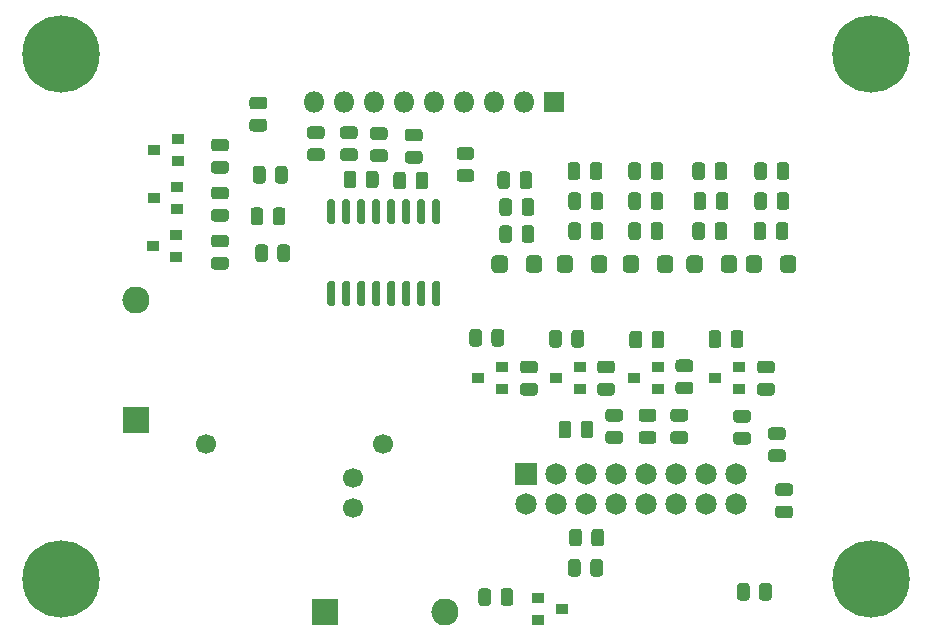
<source format=gbr>
G04 #@! TF.GenerationSoftware,KiCad,Pcbnew,(5.1.6-0-10_14)*
G04 #@! TF.CreationDate,2020-07-24T18:21:48-04:00*
G04 #@! TF.ProjectId,Pufferfish-Interface-2,50756666-6572-4666-9973-682d496e7465,rev?*
G04 #@! TF.SameCoordinates,Original*
G04 #@! TF.FileFunction,Soldermask,Top*
G04 #@! TF.FilePolarity,Negative*
%FSLAX46Y46*%
G04 Gerber Fmt 4.6, Leading zero omitted, Abs format (unit mm)*
G04 Created by KiCad (PCBNEW (5.1.6-0-10_14)) date 2020-07-24 18:21:48*
%MOMM*%
%LPD*%
G01*
G04 APERTURE LIST*
%ADD10C,6.553200*%
%ADD11R,1.825000X1.825000*%
%ADD12C,1.825000*%
%ADD13O,1.800000X1.800000*%
%ADD14R,1.800000X1.800000*%
%ADD15C,1.700000*%
%ADD16R,2.300000X2.300000*%
%ADD17O,2.300000X2.300000*%
%ADD18R,1.000000X0.900000*%
G04 APERTURE END LIST*
D10*
X-3810000Y-6350000D03*
X-3810000Y-50800000D03*
X64770000Y-50800000D03*
X64770000Y-6350000D03*
D11*
X35560000Y-41910000D03*
D12*
X35560000Y-44450000D03*
X38100000Y-41910000D03*
X38100000Y-44450000D03*
X40640000Y-41910000D03*
X40640000Y-44450000D03*
X43180000Y-41910000D03*
X43180000Y-44450000D03*
X45720000Y-41910000D03*
X45720000Y-44450000D03*
X48260000Y-41910000D03*
X48260000Y-44450000D03*
X50800000Y-41910000D03*
X50800000Y-44450000D03*
X53340000Y-41910000D03*
X53340000Y-44450000D03*
D13*
X17619980Y-10421620D03*
X20159980Y-10421620D03*
X22699980Y-10421620D03*
X25239980Y-10421620D03*
X27779980Y-10421620D03*
X30319980Y-10421620D03*
X32859980Y-10421620D03*
X35399980Y-10421620D03*
D14*
X37939980Y-10421620D03*
G36*
G01*
X13381910Y-11025160D02*
X12419410Y-11025160D01*
G75*
G02*
X12150660Y-10756410I0J268750D01*
G01*
X12150660Y-10218910D01*
G75*
G02*
X12419410Y-9950160I268750J0D01*
G01*
X13381910Y-9950160D01*
G75*
G02*
X13650660Y-10218910I0J-268750D01*
G01*
X13650660Y-10756410D01*
G75*
G02*
X13381910Y-11025160I-268750J0D01*
G01*
G37*
G36*
G01*
X13381910Y-12900160D02*
X12419410Y-12900160D01*
G75*
G02*
X12150660Y-12631410I0J268750D01*
G01*
X12150660Y-12093910D01*
G75*
G02*
X12419410Y-11825160I268750J0D01*
G01*
X13381910Y-11825160D01*
G75*
G02*
X13650660Y-12093910I0J-268750D01*
G01*
X13650660Y-12631410D01*
G75*
G02*
X13381910Y-12900160I-268750J0D01*
G01*
G37*
G36*
G01*
X21207780Y-16478330D02*
X21207780Y-17440830D01*
G75*
G02*
X20939030Y-17709580I-268750J0D01*
G01*
X20401530Y-17709580D01*
G75*
G02*
X20132780Y-17440830I0J268750D01*
G01*
X20132780Y-16478330D01*
G75*
G02*
X20401530Y-16209580I268750J0D01*
G01*
X20939030Y-16209580D01*
G75*
G02*
X21207780Y-16478330I0J-268750D01*
G01*
G37*
G36*
G01*
X23082780Y-16478330D02*
X23082780Y-17440830D01*
G75*
G02*
X22814030Y-17709580I-268750J0D01*
G01*
X22276530Y-17709580D01*
G75*
G02*
X22007780Y-17440830I0J268750D01*
G01*
X22007780Y-16478330D01*
G75*
G02*
X22276530Y-16209580I268750J0D01*
G01*
X22814030Y-16209580D01*
G75*
G02*
X23082780Y-16478330I0J-268750D01*
G01*
G37*
G36*
G01*
X25414020Y-16569770D02*
X25414020Y-17532270D01*
G75*
G02*
X25145270Y-17801020I-268750J0D01*
G01*
X24607770Y-17801020D01*
G75*
G02*
X24339020Y-17532270I0J268750D01*
G01*
X24339020Y-16569770D01*
G75*
G02*
X24607770Y-16301020I268750J0D01*
G01*
X25145270Y-16301020D01*
G75*
G02*
X25414020Y-16569770I0J-268750D01*
G01*
G37*
G36*
G01*
X27289020Y-16569770D02*
X27289020Y-17532270D01*
G75*
G02*
X27020270Y-17801020I-268750J0D01*
G01*
X26482770Y-17801020D01*
G75*
G02*
X26214020Y-17532270I0J268750D01*
G01*
X26214020Y-16569770D01*
G75*
G02*
X26482770Y-16301020I268750J0D01*
G01*
X27020270Y-16301020D01*
G75*
G02*
X27289020Y-16569770I0J-268750D01*
G01*
G37*
G36*
G01*
X30918070Y-15297440D02*
X29955570Y-15297440D01*
G75*
G02*
X29686820Y-15028690I0J268750D01*
G01*
X29686820Y-14491190D01*
G75*
G02*
X29955570Y-14222440I268750J0D01*
G01*
X30918070Y-14222440D01*
G75*
G02*
X31186820Y-14491190I0J-268750D01*
G01*
X31186820Y-15028690D01*
G75*
G02*
X30918070Y-15297440I-268750J0D01*
G01*
G37*
G36*
G01*
X30918070Y-17172440D02*
X29955570Y-17172440D01*
G75*
G02*
X29686820Y-16903690I0J268750D01*
G01*
X29686820Y-16366190D01*
G75*
G02*
X29955570Y-16097440I268750J0D01*
G01*
X30918070Y-16097440D01*
G75*
G02*
X31186820Y-16366190I0J-268750D01*
G01*
X31186820Y-16903690D01*
G75*
G02*
X30918070Y-17172440I-268750J0D01*
G01*
G37*
G36*
G01*
X13519200Y-16074470D02*
X13519200Y-17036970D01*
G75*
G02*
X13250450Y-17305720I-268750J0D01*
G01*
X12712950Y-17305720D01*
G75*
G02*
X12444200Y-17036970I0J268750D01*
G01*
X12444200Y-16074470D01*
G75*
G02*
X12712950Y-15805720I268750J0D01*
G01*
X13250450Y-15805720D01*
G75*
G02*
X13519200Y-16074470I0J-268750D01*
G01*
G37*
G36*
G01*
X15394200Y-16074470D02*
X15394200Y-17036970D01*
G75*
G02*
X15125450Y-17305720I-268750J0D01*
G01*
X14587950Y-17305720D01*
G75*
G02*
X14319200Y-17036970I0J268750D01*
G01*
X14319200Y-16074470D01*
G75*
G02*
X14587950Y-15805720I268750J0D01*
G01*
X15125450Y-15805720D01*
G75*
G02*
X15394200Y-16074470I0J-268750D01*
G01*
G37*
G36*
G01*
X13719860Y-22714030D02*
X13719860Y-23676530D01*
G75*
G02*
X13451110Y-23945280I-268750J0D01*
G01*
X12913610Y-23945280D01*
G75*
G02*
X12644860Y-23676530I0J268750D01*
G01*
X12644860Y-22714030D01*
G75*
G02*
X12913610Y-22445280I268750J0D01*
G01*
X13451110Y-22445280D01*
G75*
G02*
X13719860Y-22714030I0J-268750D01*
G01*
G37*
G36*
G01*
X15594860Y-22714030D02*
X15594860Y-23676530D01*
G75*
G02*
X15326110Y-23945280I-268750J0D01*
G01*
X14788610Y-23945280D01*
G75*
G02*
X14519860Y-23676530I0J268750D01*
G01*
X14519860Y-22714030D01*
G75*
G02*
X14788610Y-22445280I268750J0D01*
G01*
X15326110Y-22445280D01*
G75*
G02*
X15594860Y-22714030I0J-268750D01*
G01*
G37*
G36*
G01*
X13326160Y-19594910D02*
X13326160Y-20557410D01*
G75*
G02*
X13057410Y-20826160I-268750J0D01*
G01*
X12519910Y-20826160D01*
G75*
G02*
X12251160Y-20557410I0J268750D01*
G01*
X12251160Y-19594910D01*
G75*
G02*
X12519910Y-19326160I268750J0D01*
G01*
X13057410Y-19326160D01*
G75*
G02*
X13326160Y-19594910I0J-268750D01*
G01*
G37*
G36*
G01*
X15201160Y-19594910D02*
X15201160Y-20557410D01*
G75*
G02*
X14932410Y-20826160I-268750J0D01*
G01*
X14394910Y-20826160D01*
G75*
G02*
X14126160Y-20557410I0J268750D01*
G01*
X14126160Y-19594910D01*
G75*
G02*
X14394910Y-19326160I268750J0D01*
G01*
X14932410Y-19326160D01*
G75*
G02*
X15201160Y-19594910I0J-268750D01*
G01*
G37*
G36*
G01*
X57903030Y-43768060D02*
X56940530Y-43768060D01*
G75*
G02*
X56671780Y-43499310I0J268750D01*
G01*
X56671780Y-42961810D01*
G75*
G02*
X56940530Y-42693060I268750J0D01*
G01*
X57903030Y-42693060D01*
G75*
G02*
X58171780Y-42961810I0J-268750D01*
G01*
X58171780Y-43499310D01*
G75*
G02*
X57903030Y-43768060I-268750J0D01*
G01*
G37*
G36*
G01*
X57903030Y-45643060D02*
X56940530Y-45643060D01*
G75*
G02*
X56671780Y-45374310I0J268750D01*
G01*
X56671780Y-44836810D01*
G75*
G02*
X56940530Y-44568060I268750J0D01*
G01*
X57903030Y-44568060D01*
G75*
G02*
X58171780Y-44836810I0J-268750D01*
G01*
X58171780Y-45374310D01*
G75*
G02*
X57903030Y-45643060I-268750J0D01*
G01*
G37*
G36*
G01*
X55304640Y-52355670D02*
X55304640Y-51393170D01*
G75*
G02*
X55573390Y-51124420I268750J0D01*
G01*
X56110890Y-51124420D01*
G75*
G02*
X56379640Y-51393170I0J-268750D01*
G01*
X56379640Y-52355670D01*
G75*
G02*
X56110890Y-52624420I-268750J0D01*
G01*
X55573390Y-52624420D01*
G75*
G02*
X55304640Y-52355670I0J268750D01*
G01*
G37*
G36*
G01*
X53429640Y-52355670D02*
X53429640Y-51393170D01*
G75*
G02*
X53698390Y-51124420I268750J0D01*
G01*
X54235890Y-51124420D01*
G75*
G02*
X54504640Y-51393170I0J-268750D01*
G01*
X54504640Y-52355670D01*
G75*
G02*
X54235890Y-52624420I-268750J0D01*
G01*
X53698390Y-52624420D01*
G75*
G02*
X53429640Y-52355670I0J268750D01*
G01*
G37*
G36*
G01*
X40204440Y-49368790D02*
X40204440Y-50331290D01*
G75*
G02*
X39935690Y-50600040I-268750J0D01*
G01*
X39398190Y-50600040D01*
G75*
G02*
X39129440Y-50331290I0J268750D01*
G01*
X39129440Y-49368790D01*
G75*
G02*
X39398190Y-49100040I268750J0D01*
G01*
X39935690Y-49100040D01*
G75*
G02*
X40204440Y-49368790I0J-268750D01*
G01*
G37*
G36*
G01*
X42079440Y-49368790D02*
X42079440Y-50331290D01*
G75*
G02*
X41810690Y-50600040I-268750J0D01*
G01*
X41273190Y-50600040D01*
G75*
G02*
X41004440Y-50331290I0J268750D01*
G01*
X41004440Y-49368790D01*
G75*
G02*
X41273190Y-49100040I268750J0D01*
G01*
X41810690Y-49100040D01*
G75*
G02*
X42079440Y-49368790I0J-268750D01*
G01*
G37*
G36*
G01*
X41103740Y-47763350D02*
X41103740Y-46800850D01*
G75*
G02*
X41372490Y-46532100I268750J0D01*
G01*
X41909990Y-46532100D01*
G75*
G02*
X42178740Y-46800850I0J-268750D01*
G01*
X42178740Y-47763350D01*
G75*
G02*
X41909990Y-48032100I-268750J0D01*
G01*
X41372490Y-48032100D01*
G75*
G02*
X41103740Y-47763350I0J268750D01*
G01*
G37*
G36*
G01*
X39228740Y-47763350D02*
X39228740Y-46800850D01*
G75*
G02*
X39497490Y-46532100I268750J0D01*
G01*
X40034990Y-46532100D01*
G75*
G02*
X40303740Y-46800850I0J-268750D01*
G01*
X40303740Y-47763350D01*
G75*
G02*
X40034990Y-48032100I-268750J0D01*
G01*
X39497490Y-48032100D01*
G75*
G02*
X39228740Y-47763350I0J268750D01*
G01*
G37*
G36*
G01*
X56333470Y-39815480D02*
X57295970Y-39815480D01*
G75*
G02*
X57564720Y-40084230I0J-268750D01*
G01*
X57564720Y-40621730D01*
G75*
G02*
X57295970Y-40890480I-268750J0D01*
G01*
X56333470Y-40890480D01*
G75*
G02*
X56064720Y-40621730I0J268750D01*
G01*
X56064720Y-40084230D01*
G75*
G02*
X56333470Y-39815480I268750J0D01*
G01*
G37*
G36*
G01*
X56333470Y-37940480D02*
X57295970Y-37940480D01*
G75*
G02*
X57564720Y-38209230I0J-268750D01*
G01*
X57564720Y-38746730D01*
G75*
G02*
X57295970Y-39015480I-268750J0D01*
G01*
X56333470Y-39015480D01*
G75*
G02*
X56064720Y-38746730I0J268750D01*
G01*
X56064720Y-38209230D01*
G75*
G02*
X56333470Y-37940480I268750J0D01*
G01*
G37*
G36*
G01*
X53376910Y-38350140D02*
X54339410Y-38350140D01*
G75*
G02*
X54608160Y-38618890I0J-268750D01*
G01*
X54608160Y-39156390D01*
G75*
G02*
X54339410Y-39425140I-268750J0D01*
G01*
X53376910Y-39425140D01*
G75*
G02*
X53108160Y-39156390I0J268750D01*
G01*
X53108160Y-38618890D01*
G75*
G02*
X53376910Y-38350140I268750J0D01*
G01*
G37*
G36*
G01*
X53376910Y-36475140D02*
X54339410Y-36475140D01*
G75*
G02*
X54608160Y-36743890I0J-268750D01*
G01*
X54608160Y-37281390D01*
G75*
G02*
X54339410Y-37550140I-268750J0D01*
G01*
X53376910Y-37550140D01*
G75*
G02*
X53108160Y-37281390I0J268750D01*
G01*
X53108160Y-36743890D01*
G75*
G02*
X53376910Y-36475140I268750J0D01*
G01*
G37*
G36*
G01*
X48070850Y-38263780D02*
X49033350Y-38263780D01*
G75*
G02*
X49302100Y-38532530I0J-268750D01*
G01*
X49302100Y-39070030D01*
G75*
G02*
X49033350Y-39338780I-268750J0D01*
G01*
X48070850Y-39338780D01*
G75*
G02*
X47802100Y-39070030I0J268750D01*
G01*
X47802100Y-38532530D01*
G75*
G02*
X48070850Y-38263780I268750J0D01*
G01*
G37*
G36*
G01*
X48070850Y-36388780D02*
X49033350Y-36388780D01*
G75*
G02*
X49302100Y-36657530I0J-268750D01*
G01*
X49302100Y-37195030D01*
G75*
G02*
X49033350Y-37463780I-268750J0D01*
G01*
X48070850Y-37463780D01*
G75*
G02*
X47802100Y-37195030I0J268750D01*
G01*
X47802100Y-36657530D01*
G75*
G02*
X48070850Y-36388780I268750J0D01*
G01*
G37*
G36*
G01*
X45375910Y-38263780D02*
X46338410Y-38263780D01*
G75*
G02*
X46607160Y-38532530I0J-268750D01*
G01*
X46607160Y-39070030D01*
G75*
G02*
X46338410Y-39338780I-268750J0D01*
G01*
X45375910Y-39338780D01*
G75*
G02*
X45107160Y-39070030I0J268750D01*
G01*
X45107160Y-38532530D01*
G75*
G02*
X45375910Y-38263780I268750J0D01*
G01*
G37*
G36*
G01*
X45375910Y-36388780D02*
X46338410Y-36388780D01*
G75*
G02*
X46607160Y-36657530I0J-268750D01*
G01*
X46607160Y-37195030D01*
G75*
G02*
X46338410Y-37463780I-268750J0D01*
G01*
X45375910Y-37463780D01*
G75*
G02*
X45107160Y-37195030I0J268750D01*
G01*
X45107160Y-36657530D01*
G75*
G02*
X45375910Y-36388780I268750J0D01*
G01*
G37*
G36*
G01*
X42551430Y-38263780D02*
X43513930Y-38263780D01*
G75*
G02*
X43782680Y-38532530I0J-268750D01*
G01*
X43782680Y-39070030D01*
G75*
G02*
X43513930Y-39338780I-268750J0D01*
G01*
X42551430Y-39338780D01*
G75*
G02*
X42282680Y-39070030I0J268750D01*
G01*
X42282680Y-38532530D01*
G75*
G02*
X42551430Y-38263780I268750J0D01*
G01*
G37*
G36*
G01*
X42551430Y-36388780D02*
X43513930Y-36388780D01*
G75*
G02*
X43782680Y-36657530I0J-268750D01*
G01*
X43782680Y-37195030D01*
G75*
G02*
X43513930Y-37463780I-268750J0D01*
G01*
X42551430Y-37463780D01*
G75*
G02*
X42282680Y-37195030I0J268750D01*
G01*
X42282680Y-36657530D01*
G75*
G02*
X42551430Y-36388780I268750J0D01*
G01*
G37*
G36*
G01*
X40199260Y-38621890D02*
X40199260Y-37659390D01*
G75*
G02*
X40468010Y-37390640I268750J0D01*
G01*
X41005510Y-37390640D01*
G75*
G02*
X41274260Y-37659390I0J-268750D01*
G01*
X41274260Y-38621890D01*
G75*
G02*
X41005510Y-38890640I-268750J0D01*
G01*
X40468010Y-38890640D01*
G75*
G02*
X40199260Y-38621890I0J268750D01*
G01*
G37*
G36*
G01*
X38324260Y-38621890D02*
X38324260Y-37659390D01*
G75*
G02*
X38593010Y-37390640I268750J0D01*
G01*
X39130510Y-37390640D01*
G75*
G02*
X39399260Y-37659390I0J-268750D01*
G01*
X39399260Y-38621890D01*
G75*
G02*
X39130510Y-38890640I-268750J0D01*
G01*
X38593010Y-38890640D01*
G75*
G02*
X38324260Y-38621890I0J268750D01*
G01*
G37*
D15*
X23502000Y-39370000D03*
X8502000Y-39370000D03*
X20902000Y-42270000D03*
X20902000Y-44770000D03*
G36*
G01*
X51532500Y-21817250D02*
X51532500Y-20854750D01*
G75*
G02*
X51801250Y-20586000I268750J0D01*
G01*
X52338750Y-20586000D01*
G75*
G02*
X52607500Y-20854750I0J-268750D01*
G01*
X52607500Y-21817250D01*
G75*
G02*
X52338750Y-22086000I-268750J0D01*
G01*
X51801250Y-22086000D01*
G75*
G02*
X51532500Y-21817250I0J268750D01*
G01*
G37*
G36*
G01*
X49657500Y-21817250D02*
X49657500Y-20854750D01*
G75*
G02*
X49926250Y-20586000I268750J0D01*
G01*
X50463750Y-20586000D01*
G75*
G02*
X50732500Y-20854750I0J-268750D01*
G01*
X50732500Y-21817250D01*
G75*
G02*
X50463750Y-22086000I-268750J0D01*
G01*
X49926250Y-22086000D01*
G75*
G02*
X49657500Y-21817250I0J268750D01*
G01*
G37*
G36*
G01*
X46120000Y-21817250D02*
X46120000Y-20854750D01*
G75*
G02*
X46388750Y-20586000I268750J0D01*
G01*
X46926250Y-20586000D01*
G75*
G02*
X47195000Y-20854750I0J-268750D01*
G01*
X47195000Y-21817250D01*
G75*
G02*
X46926250Y-22086000I-268750J0D01*
G01*
X46388750Y-22086000D01*
G75*
G02*
X46120000Y-21817250I0J268750D01*
G01*
G37*
G36*
G01*
X44245000Y-21817250D02*
X44245000Y-20854750D01*
G75*
G02*
X44513750Y-20586000I268750J0D01*
G01*
X45051250Y-20586000D01*
G75*
G02*
X45320000Y-20854750I0J-268750D01*
G01*
X45320000Y-21817250D01*
G75*
G02*
X45051250Y-22086000I-268750J0D01*
G01*
X44513750Y-22086000D01*
G75*
G02*
X44245000Y-21817250I0J268750D01*
G01*
G37*
G36*
G01*
X39165000Y-21817250D02*
X39165000Y-20854750D01*
G75*
G02*
X39433750Y-20586000I268750J0D01*
G01*
X39971250Y-20586000D01*
G75*
G02*
X40240000Y-20854750I0J-268750D01*
G01*
X40240000Y-21817250D01*
G75*
G02*
X39971250Y-22086000I-268750J0D01*
G01*
X39433750Y-22086000D01*
G75*
G02*
X39165000Y-21817250I0J268750D01*
G01*
G37*
G36*
G01*
X41040000Y-21817250D02*
X41040000Y-20854750D01*
G75*
G02*
X41308750Y-20586000I268750J0D01*
G01*
X41846250Y-20586000D01*
G75*
G02*
X42115000Y-20854750I0J-268750D01*
G01*
X42115000Y-21817250D01*
G75*
G02*
X41846250Y-22086000I-268750J0D01*
G01*
X41308750Y-22086000D01*
G75*
G02*
X41040000Y-21817250I0J268750D01*
G01*
G37*
G36*
G01*
X33323000Y-22071250D02*
X33323000Y-21108750D01*
G75*
G02*
X33591750Y-20840000I268750J0D01*
G01*
X34129250Y-20840000D01*
G75*
G02*
X34398000Y-21108750I0J-268750D01*
G01*
X34398000Y-22071250D01*
G75*
G02*
X34129250Y-22340000I-268750J0D01*
G01*
X33591750Y-22340000D01*
G75*
G02*
X33323000Y-22071250I0J268750D01*
G01*
G37*
G36*
G01*
X35198000Y-22071250D02*
X35198000Y-21108750D01*
G75*
G02*
X35466750Y-20840000I268750J0D01*
G01*
X36004250Y-20840000D01*
G75*
G02*
X36273000Y-21108750I0J-268750D01*
G01*
X36273000Y-22071250D01*
G75*
G02*
X36004250Y-22340000I-268750J0D01*
G01*
X35466750Y-22340000D01*
G75*
G02*
X35198000Y-22071250I0J268750D01*
G01*
G37*
G36*
G01*
X54834500Y-21817250D02*
X54834500Y-20854750D01*
G75*
G02*
X55103250Y-20586000I268750J0D01*
G01*
X55640750Y-20586000D01*
G75*
G02*
X55909500Y-20854750I0J-268750D01*
G01*
X55909500Y-21817250D01*
G75*
G02*
X55640750Y-22086000I-268750J0D01*
G01*
X55103250Y-22086000D01*
G75*
G02*
X54834500Y-21817250I0J268750D01*
G01*
G37*
G36*
G01*
X56709500Y-21817250D02*
X56709500Y-20854750D01*
G75*
G02*
X56978250Y-20586000I268750J0D01*
G01*
X57515750Y-20586000D01*
G75*
G02*
X57784500Y-20854750I0J-268750D01*
G01*
X57784500Y-21817250D01*
G75*
G02*
X57515750Y-22086000I-268750J0D01*
G01*
X56978250Y-22086000D01*
G75*
G02*
X56709500Y-21817250I0J268750D01*
G01*
G37*
D16*
X18542000Y-53594000D03*
D17*
X28702000Y-53594000D03*
X2540000Y-27178000D03*
D16*
X2540000Y-37338000D03*
G36*
G01*
X49158000Y-24530000D02*
X49158000Y-23730000D01*
G75*
G02*
X49508000Y-23380000I350000J0D01*
G01*
X50208000Y-23380000D01*
G75*
G02*
X50558000Y-23730000I0J-350000D01*
G01*
X50558000Y-24530000D01*
G75*
G02*
X50208000Y-24880000I-350000J0D01*
G01*
X49508000Y-24880000D01*
G75*
G02*
X49158000Y-24530000I0J350000D01*
G01*
G37*
G36*
G01*
X52058000Y-24530000D02*
X52058000Y-23730000D01*
G75*
G02*
X52408000Y-23380000I350000J0D01*
G01*
X53108000Y-23380000D01*
G75*
G02*
X53458000Y-23730000I0J-350000D01*
G01*
X53458000Y-24530000D01*
G75*
G02*
X53108000Y-24880000I-350000J0D01*
G01*
X52408000Y-24880000D01*
G75*
G02*
X52058000Y-24530000I0J350000D01*
G01*
G37*
G36*
G01*
X43750000Y-24530000D02*
X43750000Y-23730000D01*
G75*
G02*
X44100000Y-23380000I350000J0D01*
G01*
X44800000Y-23380000D01*
G75*
G02*
X45150000Y-23730000I0J-350000D01*
G01*
X45150000Y-24530000D01*
G75*
G02*
X44800000Y-24880000I-350000J0D01*
G01*
X44100000Y-24880000D01*
G75*
G02*
X43750000Y-24530000I0J350000D01*
G01*
G37*
G36*
G01*
X46650000Y-24530000D02*
X46650000Y-23730000D01*
G75*
G02*
X47000000Y-23380000I350000J0D01*
G01*
X47700000Y-23380000D01*
G75*
G02*
X48050000Y-23730000I0J-350000D01*
G01*
X48050000Y-24530000D01*
G75*
G02*
X47700000Y-24880000I-350000J0D01*
G01*
X47000000Y-24880000D01*
G75*
G02*
X46650000Y-24530000I0J350000D01*
G01*
G37*
G36*
G01*
X41062000Y-24530000D02*
X41062000Y-23730000D01*
G75*
G02*
X41412000Y-23380000I350000J0D01*
G01*
X42112000Y-23380000D01*
G75*
G02*
X42462000Y-23730000I0J-350000D01*
G01*
X42462000Y-24530000D01*
G75*
G02*
X42112000Y-24880000I-350000J0D01*
G01*
X41412000Y-24880000D01*
G75*
G02*
X41062000Y-24530000I0J350000D01*
G01*
G37*
G36*
G01*
X38162000Y-24530000D02*
X38162000Y-23730000D01*
G75*
G02*
X38512000Y-23380000I350000J0D01*
G01*
X39212000Y-23380000D01*
G75*
G02*
X39562000Y-23730000I0J-350000D01*
G01*
X39562000Y-24530000D01*
G75*
G02*
X39212000Y-24880000I-350000J0D01*
G01*
X38512000Y-24880000D01*
G75*
G02*
X38162000Y-24530000I0J350000D01*
G01*
G37*
G36*
G01*
X35548000Y-24530000D02*
X35548000Y-23730000D01*
G75*
G02*
X35898000Y-23380000I350000J0D01*
G01*
X36598000Y-23380000D01*
G75*
G02*
X36948000Y-23730000I0J-350000D01*
G01*
X36948000Y-24530000D01*
G75*
G02*
X36598000Y-24880000I-350000J0D01*
G01*
X35898000Y-24880000D01*
G75*
G02*
X35548000Y-24530000I0J350000D01*
G01*
G37*
G36*
G01*
X32648000Y-24530000D02*
X32648000Y-23730000D01*
G75*
G02*
X32998000Y-23380000I350000J0D01*
G01*
X33698000Y-23380000D01*
G75*
G02*
X34048000Y-23730000I0J-350000D01*
G01*
X34048000Y-24530000D01*
G75*
G02*
X33698000Y-24880000I-350000J0D01*
G01*
X32998000Y-24880000D01*
G75*
G02*
X32648000Y-24530000I0J350000D01*
G01*
G37*
G36*
G01*
X57064000Y-24530000D02*
X57064000Y-23730000D01*
G75*
G02*
X57414000Y-23380000I350000J0D01*
G01*
X58114000Y-23380000D01*
G75*
G02*
X58464000Y-23730000I0J-350000D01*
G01*
X58464000Y-24530000D01*
G75*
G02*
X58114000Y-24880000I-350000J0D01*
G01*
X57414000Y-24880000D01*
G75*
G02*
X57064000Y-24530000I0J350000D01*
G01*
G37*
G36*
G01*
X54164000Y-24530000D02*
X54164000Y-23730000D01*
G75*
G02*
X54514000Y-23380000I350000J0D01*
G01*
X55214000Y-23380000D01*
G75*
G02*
X55564000Y-23730000I0J-350000D01*
G01*
X55564000Y-24530000D01*
G75*
G02*
X55214000Y-24880000I-350000J0D01*
G01*
X54514000Y-24880000D01*
G75*
G02*
X54164000Y-24530000I0J350000D01*
G01*
G37*
D18*
X33512000Y-34732000D03*
X33512000Y-32832000D03*
X31512000Y-33782000D03*
X38116000Y-33782000D03*
X40116000Y-32832000D03*
X40116000Y-34732000D03*
X46720000Y-34732000D03*
X46720000Y-32832000D03*
X44720000Y-33782000D03*
X51578000Y-33782000D03*
X53578000Y-32832000D03*
X53578000Y-34732000D03*
X36592000Y-52390000D03*
X36592000Y-54290000D03*
X38592000Y-53340000D03*
X5970780Y-23566160D03*
X5970780Y-21666160D03*
X3970780Y-22616160D03*
X4047740Y-18521720D03*
X6047740Y-17571720D03*
X6047740Y-19471720D03*
X4080000Y-14478000D03*
X6080000Y-13528000D03*
X6080000Y-15428000D03*
G36*
G01*
X36295250Y-33382000D02*
X35332750Y-33382000D01*
G75*
G02*
X35064000Y-33113250I0J268750D01*
G01*
X35064000Y-32575750D01*
G75*
G02*
X35332750Y-32307000I268750J0D01*
G01*
X36295250Y-32307000D01*
G75*
G02*
X36564000Y-32575750I0J-268750D01*
G01*
X36564000Y-33113250D01*
G75*
G02*
X36295250Y-33382000I-268750J0D01*
G01*
G37*
G36*
G01*
X36295250Y-35257000D02*
X35332750Y-35257000D01*
G75*
G02*
X35064000Y-34988250I0J268750D01*
G01*
X35064000Y-34450750D01*
G75*
G02*
X35332750Y-34182000I268750J0D01*
G01*
X36295250Y-34182000D01*
G75*
G02*
X36564000Y-34450750I0J-268750D01*
G01*
X36564000Y-34988250D01*
G75*
G02*
X36295250Y-35257000I-268750J0D01*
G01*
G37*
G36*
G01*
X42823050Y-35257000D02*
X41860550Y-35257000D01*
G75*
G02*
X41591800Y-34988250I0J268750D01*
G01*
X41591800Y-34450750D01*
G75*
G02*
X41860550Y-34182000I268750J0D01*
G01*
X42823050Y-34182000D01*
G75*
G02*
X43091800Y-34450750I0J-268750D01*
G01*
X43091800Y-34988250D01*
G75*
G02*
X42823050Y-35257000I-268750J0D01*
G01*
G37*
G36*
G01*
X42823050Y-33382000D02*
X41860550Y-33382000D01*
G75*
G02*
X41591800Y-33113250I0J268750D01*
G01*
X41591800Y-32575750D01*
G75*
G02*
X41860550Y-32307000I268750J0D01*
G01*
X42823050Y-32307000D01*
G75*
G02*
X43091800Y-32575750I0J-268750D01*
G01*
X43091800Y-33113250D01*
G75*
G02*
X42823050Y-33382000I-268750J0D01*
G01*
G37*
G36*
G01*
X49457530Y-33275320D02*
X48495030Y-33275320D01*
G75*
G02*
X48226280Y-33006570I0J268750D01*
G01*
X48226280Y-32469070D01*
G75*
G02*
X48495030Y-32200320I268750J0D01*
G01*
X49457530Y-32200320D01*
G75*
G02*
X49726280Y-32469070I0J-268750D01*
G01*
X49726280Y-33006570D01*
G75*
G02*
X49457530Y-33275320I-268750J0D01*
G01*
G37*
G36*
G01*
X49457530Y-35150320D02*
X48495030Y-35150320D01*
G75*
G02*
X48226280Y-34881570I0J268750D01*
G01*
X48226280Y-34344070D01*
G75*
G02*
X48495030Y-34075320I268750J0D01*
G01*
X49457530Y-34075320D01*
G75*
G02*
X49726280Y-34344070I0J-268750D01*
G01*
X49726280Y-34881570D01*
G75*
G02*
X49457530Y-35150320I-268750J0D01*
G01*
G37*
G36*
G01*
X56361250Y-35257000D02*
X55398750Y-35257000D01*
G75*
G02*
X55130000Y-34988250I0J268750D01*
G01*
X55130000Y-34450750D01*
G75*
G02*
X55398750Y-34182000I268750J0D01*
G01*
X56361250Y-34182000D01*
G75*
G02*
X56630000Y-34450750I0J-268750D01*
G01*
X56630000Y-34988250D01*
G75*
G02*
X56361250Y-35257000I-268750J0D01*
G01*
G37*
G36*
G01*
X56361250Y-33382000D02*
X55398750Y-33382000D01*
G75*
G02*
X55130000Y-33113250I0J268750D01*
G01*
X55130000Y-32575750D01*
G75*
G02*
X55398750Y-32307000I268750J0D01*
G01*
X56361250Y-32307000D01*
G75*
G02*
X56630000Y-32575750I0J-268750D01*
G01*
X56630000Y-33113250D01*
G75*
G02*
X56361250Y-33382000I-268750J0D01*
G01*
G37*
G36*
G01*
X33723080Y-29879370D02*
X33723080Y-30841870D01*
G75*
G02*
X33454330Y-31110620I-268750J0D01*
G01*
X32916830Y-31110620D01*
G75*
G02*
X32648080Y-30841870I0J268750D01*
G01*
X32648080Y-29879370D01*
G75*
G02*
X32916830Y-29610620I268750J0D01*
G01*
X33454330Y-29610620D01*
G75*
G02*
X33723080Y-29879370I0J-268750D01*
G01*
G37*
G36*
G01*
X31848080Y-29879370D02*
X31848080Y-30841870D01*
G75*
G02*
X31579330Y-31110620I-268750J0D01*
G01*
X31041830Y-31110620D01*
G75*
G02*
X30773080Y-30841870I0J268750D01*
G01*
X30773080Y-29879370D01*
G75*
G02*
X31041830Y-29610620I268750J0D01*
G01*
X31579330Y-29610620D01*
G75*
G02*
X31848080Y-29879370I0J-268750D01*
G01*
G37*
G36*
G01*
X38609320Y-29958110D02*
X38609320Y-30920610D01*
G75*
G02*
X38340570Y-31189360I-268750J0D01*
G01*
X37803070Y-31189360D01*
G75*
G02*
X37534320Y-30920610I0J268750D01*
G01*
X37534320Y-29958110D01*
G75*
G02*
X37803070Y-29689360I268750J0D01*
G01*
X38340570Y-29689360D01*
G75*
G02*
X38609320Y-29958110I0J-268750D01*
G01*
G37*
G36*
G01*
X40484320Y-29958110D02*
X40484320Y-30920610D01*
G75*
G02*
X40215570Y-31189360I-268750J0D01*
G01*
X39678070Y-31189360D01*
G75*
G02*
X39409320Y-30920610I0J268750D01*
G01*
X39409320Y-29958110D01*
G75*
G02*
X39678070Y-29689360I268750J0D01*
G01*
X40215570Y-29689360D01*
G75*
G02*
X40484320Y-29958110I0J-268750D01*
G01*
G37*
G36*
G01*
X47273500Y-30036850D02*
X47273500Y-30999350D01*
G75*
G02*
X47004750Y-31268100I-268750J0D01*
G01*
X46467250Y-31268100D01*
G75*
G02*
X46198500Y-30999350I0J268750D01*
G01*
X46198500Y-30036850D01*
G75*
G02*
X46467250Y-29768100I268750J0D01*
G01*
X47004750Y-29768100D01*
G75*
G02*
X47273500Y-30036850I0J-268750D01*
G01*
G37*
G36*
G01*
X45398500Y-30036850D02*
X45398500Y-30999350D01*
G75*
G02*
X45129750Y-31268100I-268750J0D01*
G01*
X44592250Y-31268100D01*
G75*
G02*
X44323500Y-30999350I0J268750D01*
G01*
X44323500Y-30036850D01*
G75*
G02*
X44592250Y-29768100I268750J0D01*
G01*
X45129750Y-29768100D01*
G75*
G02*
X45398500Y-30036850I0J-268750D01*
G01*
G37*
G36*
G01*
X52099020Y-29998750D02*
X52099020Y-30961250D01*
G75*
G02*
X51830270Y-31230000I-268750J0D01*
G01*
X51292770Y-31230000D01*
G75*
G02*
X51024020Y-30961250I0J268750D01*
G01*
X51024020Y-29998750D01*
G75*
G02*
X51292770Y-29730000I268750J0D01*
G01*
X51830270Y-29730000D01*
G75*
G02*
X52099020Y-29998750I0J-268750D01*
G01*
G37*
G36*
G01*
X53974020Y-29998750D02*
X53974020Y-30961250D01*
G75*
G02*
X53705270Y-31230000I-268750J0D01*
G01*
X53167770Y-31230000D01*
G75*
G02*
X52899020Y-30961250I0J268750D01*
G01*
X52899020Y-29998750D01*
G75*
G02*
X53167770Y-29730000I268750J0D01*
G01*
X53705270Y-29730000D01*
G75*
G02*
X53974020Y-29998750I0J-268750D01*
G01*
G37*
G36*
G01*
X34495000Y-51842750D02*
X34495000Y-52805250D01*
G75*
G02*
X34226250Y-53074000I-268750J0D01*
G01*
X33688750Y-53074000D01*
G75*
G02*
X33420000Y-52805250I0J268750D01*
G01*
X33420000Y-51842750D01*
G75*
G02*
X33688750Y-51574000I268750J0D01*
G01*
X34226250Y-51574000D01*
G75*
G02*
X34495000Y-51842750I0J-268750D01*
G01*
G37*
G36*
G01*
X32620000Y-51842750D02*
X32620000Y-52805250D01*
G75*
G02*
X32351250Y-53074000I-268750J0D01*
G01*
X31813750Y-53074000D01*
G75*
G02*
X31545000Y-52805250I0J268750D01*
G01*
X31545000Y-51842750D01*
G75*
G02*
X31813750Y-51574000I268750J0D01*
G01*
X32351250Y-51574000D01*
G75*
G02*
X32620000Y-51842750I0J-268750D01*
G01*
G37*
G36*
G01*
X10133250Y-22714000D02*
X9170750Y-22714000D01*
G75*
G02*
X8902000Y-22445250I0J268750D01*
G01*
X8902000Y-21907750D01*
G75*
G02*
X9170750Y-21639000I268750J0D01*
G01*
X10133250Y-21639000D01*
G75*
G02*
X10402000Y-21907750I0J-268750D01*
G01*
X10402000Y-22445250D01*
G75*
G02*
X10133250Y-22714000I-268750J0D01*
G01*
G37*
G36*
G01*
X10133250Y-24589000D02*
X9170750Y-24589000D01*
G75*
G02*
X8902000Y-24320250I0J268750D01*
G01*
X8902000Y-23782750D01*
G75*
G02*
X9170750Y-23514000I268750J0D01*
G01*
X10133250Y-23514000D01*
G75*
G02*
X10402000Y-23782750I0J-268750D01*
G01*
X10402000Y-24320250D01*
G75*
G02*
X10133250Y-24589000I-268750J0D01*
G01*
G37*
G36*
G01*
X10133250Y-20525000D02*
X9170750Y-20525000D01*
G75*
G02*
X8902000Y-20256250I0J268750D01*
G01*
X8902000Y-19718750D01*
G75*
G02*
X9170750Y-19450000I268750J0D01*
G01*
X10133250Y-19450000D01*
G75*
G02*
X10402000Y-19718750I0J-268750D01*
G01*
X10402000Y-20256250D01*
G75*
G02*
X10133250Y-20525000I-268750J0D01*
G01*
G37*
G36*
G01*
X10133250Y-18650000D02*
X9170750Y-18650000D01*
G75*
G02*
X8902000Y-18381250I0J268750D01*
G01*
X8902000Y-17843750D01*
G75*
G02*
X9170750Y-17575000I268750J0D01*
G01*
X10133250Y-17575000D01*
G75*
G02*
X10402000Y-17843750I0J-268750D01*
G01*
X10402000Y-18381250D01*
G75*
G02*
X10133250Y-18650000I-268750J0D01*
G01*
G37*
G36*
G01*
X10133250Y-14586000D02*
X9170750Y-14586000D01*
G75*
G02*
X8902000Y-14317250I0J268750D01*
G01*
X8902000Y-13779750D01*
G75*
G02*
X9170750Y-13511000I268750J0D01*
G01*
X10133250Y-13511000D01*
G75*
G02*
X10402000Y-13779750I0J-268750D01*
G01*
X10402000Y-14317250D01*
G75*
G02*
X10133250Y-14586000I-268750J0D01*
G01*
G37*
G36*
G01*
X10133250Y-16461000D02*
X9170750Y-16461000D01*
G75*
G02*
X8902000Y-16192250I0J268750D01*
G01*
X8902000Y-15654750D01*
G75*
G02*
X9170750Y-15386000I268750J0D01*
G01*
X10133250Y-15386000D01*
G75*
G02*
X10402000Y-15654750I0J-268750D01*
G01*
X10402000Y-16192250D01*
G75*
G02*
X10133250Y-16461000I-268750J0D01*
G01*
G37*
G36*
G01*
X25584230Y-12665420D02*
X26546730Y-12665420D01*
G75*
G02*
X26815480Y-12934170I0J-268750D01*
G01*
X26815480Y-13471670D01*
G75*
G02*
X26546730Y-13740420I-268750J0D01*
G01*
X25584230Y-13740420D01*
G75*
G02*
X25315480Y-13471670I0J268750D01*
G01*
X25315480Y-12934170D01*
G75*
G02*
X25584230Y-12665420I268750J0D01*
G01*
G37*
G36*
G01*
X25584230Y-14540420D02*
X26546730Y-14540420D01*
G75*
G02*
X26815480Y-14809170I0J-268750D01*
G01*
X26815480Y-15346670D01*
G75*
G02*
X26546730Y-15615420I-268750J0D01*
G01*
X25584230Y-15615420D01*
G75*
G02*
X25315480Y-15346670I0J268750D01*
G01*
X25315480Y-14809170D01*
G75*
G02*
X25584230Y-14540420I268750J0D01*
G01*
G37*
G36*
G01*
X22635290Y-14407860D02*
X23597790Y-14407860D01*
G75*
G02*
X23866540Y-14676610I0J-268750D01*
G01*
X23866540Y-15214110D01*
G75*
G02*
X23597790Y-15482860I-268750J0D01*
G01*
X22635290Y-15482860D01*
G75*
G02*
X22366540Y-15214110I0J268750D01*
G01*
X22366540Y-14676610D01*
G75*
G02*
X22635290Y-14407860I268750J0D01*
G01*
G37*
G36*
G01*
X22635290Y-12532860D02*
X23597790Y-12532860D01*
G75*
G02*
X23866540Y-12801610I0J-268750D01*
G01*
X23866540Y-13339110D01*
G75*
G02*
X23597790Y-13607860I-268750J0D01*
G01*
X22635290Y-13607860D01*
G75*
G02*
X22366540Y-13339110I0J268750D01*
G01*
X22366540Y-12801610D01*
G75*
G02*
X22635290Y-12532860I268750J0D01*
G01*
G37*
G36*
G01*
X20095290Y-12454360D02*
X21057790Y-12454360D01*
G75*
G02*
X21326540Y-12723110I0J-268750D01*
G01*
X21326540Y-13260610D01*
G75*
G02*
X21057790Y-13529360I-268750J0D01*
G01*
X20095290Y-13529360D01*
G75*
G02*
X19826540Y-13260610I0J268750D01*
G01*
X19826540Y-12723110D01*
G75*
G02*
X20095290Y-12454360I268750J0D01*
G01*
G37*
G36*
G01*
X20095290Y-14329360D02*
X21057790Y-14329360D01*
G75*
G02*
X21326540Y-14598110I0J-268750D01*
G01*
X21326540Y-15135610D01*
G75*
G02*
X21057790Y-15404360I-268750J0D01*
G01*
X20095290Y-15404360D01*
G75*
G02*
X19826540Y-15135610I0J268750D01*
G01*
X19826540Y-14598110D01*
G75*
G02*
X20095290Y-14329360I268750J0D01*
G01*
G37*
G36*
G01*
X17301290Y-14329360D02*
X18263790Y-14329360D01*
G75*
G02*
X18532540Y-14598110I0J-268750D01*
G01*
X18532540Y-15135610D01*
G75*
G02*
X18263790Y-15404360I-268750J0D01*
G01*
X17301290Y-15404360D01*
G75*
G02*
X17032540Y-15135610I0J268750D01*
G01*
X17032540Y-14598110D01*
G75*
G02*
X17301290Y-14329360I268750J0D01*
G01*
G37*
G36*
G01*
X17301290Y-12454360D02*
X18263790Y-12454360D01*
G75*
G02*
X18532540Y-12723110I0J-268750D01*
G01*
X18532540Y-13260610D01*
G75*
G02*
X18263790Y-13529360I-268750J0D01*
G01*
X17301290Y-13529360D01*
G75*
G02*
X17032540Y-13260610I0J268750D01*
G01*
X17032540Y-12723110D01*
G75*
G02*
X17301290Y-12454360I268750J0D01*
G01*
G37*
G36*
G01*
X49657500Y-16737250D02*
X49657500Y-15774750D01*
G75*
G02*
X49926250Y-15506000I268750J0D01*
G01*
X50463750Y-15506000D01*
G75*
G02*
X50732500Y-15774750I0J-268750D01*
G01*
X50732500Y-16737250D01*
G75*
G02*
X50463750Y-17006000I-268750J0D01*
G01*
X49926250Y-17006000D01*
G75*
G02*
X49657500Y-16737250I0J268750D01*
G01*
G37*
G36*
G01*
X51532500Y-16737250D02*
X51532500Y-15774750D01*
G75*
G02*
X51801250Y-15506000I268750J0D01*
G01*
X52338750Y-15506000D01*
G75*
G02*
X52607500Y-15774750I0J-268750D01*
G01*
X52607500Y-16737250D01*
G75*
G02*
X52338750Y-17006000I-268750J0D01*
G01*
X51801250Y-17006000D01*
G75*
G02*
X51532500Y-16737250I0J268750D01*
G01*
G37*
G36*
G01*
X44245000Y-16737250D02*
X44245000Y-15774750D01*
G75*
G02*
X44513750Y-15506000I268750J0D01*
G01*
X45051250Y-15506000D01*
G75*
G02*
X45320000Y-15774750I0J-268750D01*
G01*
X45320000Y-16737250D01*
G75*
G02*
X45051250Y-17006000I-268750J0D01*
G01*
X44513750Y-17006000D01*
G75*
G02*
X44245000Y-16737250I0J268750D01*
G01*
G37*
G36*
G01*
X46120000Y-16737250D02*
X46120000Y-15774750D01*
G75*
G02*
X46388750Y-15506000I268750J0D01*
G01*
X46926250Y-15506000D01*
G75*
G02*
X47195000Y-15774750I0J-268750D01*
G01*
X47195000Y-16737250D01*
G75*
G02*
X46926250Y-17006000I-268750J0D01*
G01*
X46388750Y-17006000D01*
G75*
G02*
X46120000Y-16737250I0J268750D01*
G01*
G37*
G36*
G01*
X40961500Y-16737250D02*
X40961500Y-15774750D01*
G75*
G02*
X41230250Y-15506000I268750J0D01*
G01*
X41767750Y-15506000D01*
G75*
G02*
X42036500Y-15774750I0J-268750D01*
G01*
X42036500Y-16737250D01*
G75*
G02*
X41767750Y-17006000I-268750J0D01*
G01*
X41230250Y-17006000D01*
G75*
G02*
X40961500Y-16737250I0J268750D01*
G01*
G37*
G36*
G01*
X39086500Y-16737250D02*
X39086500Y-15774750D01*
G75*
G02*
X39355250Y-15506000I268750J0D01*
G01*
X39892750Y-15506000D01*
G75*
G02*
X40161500Y-15774750I0J-268750D01*
G01*
X40161500Y-16737250D01*
G75*
G02*
X39892750Y-17006000I-268750J0D01*
G01*
X39355250Y-17006000D01*
G75*
G02*
X39086500Y-16737250I0J268750D01*
G01*
G37*
G36*
G01*
X35022500Y-17499250D02*
X35022500Y-16536750D01*
G75*
G02*
X35291250Y-16268000I268750J0D01*
G01*
X35828750Y-16268000D01*
G75*
G02*
X36097500Y-16536750I0J-268750D01*
G01*
X36097500Y-17499250D01*
G75*
G02*
X35828750Y-17768000I-268750J0D01*
G01*
X35291250Y-17768000D01*
G75*
G02*
X35022500Y-17499250I0J268750D01*
G01*
G37*
G36*
G01*
X33147500Y-17499250D02*
X33147500Y-16536750D01*
G75*
G02*
X33416250Y-16268000I268750J0D01*
G01*
X33953750Y-16268000D01*
G75*
G02*
X34222500Y-16536750I0J-268750D01*
G01*
X34222500Y-17499250D01*
G75*
G02*
X33953750Y-17768000I-268750J0D01*
G01*
X33416250Y-17768000D01*
G75*
G02*
X33147500Y-17499250I0J268750D01*
G01*
G37*
G36*
G01*
X52704500Y-18314750D02*
X52704500Y-19277250D01*
G75*
G02*
X52435750Y-19546000I-268750J0D01*
G01*
X51898250Y-19546000D01*
G75*
G02*
X51629500Y-19277250I0J268750D01*
G01*
X51629500Y-18314750D01*
G75*
G02*
X51898250Y-18046000I268750J0D01*
G01*
X52435750Y-18046000D01*
G75*
G02*
X52704500Y-18314750I0J-268750D01*
G01*
G37*
G36*
G01*
X50829500Y-18314750D02*
X50829500Y-19277250D01*
G75*
G02*
X50560750Y-19546000I-268750J0D01*
G01*
X50023250Y-19546000D01*
G75*
G02*
X49754500Y-19277250I0J268750D01*
G01*
X49754500Y-18314750D01*
G75*
G02*
X50023250Y-18046000I268750J0D01*
G01*
X50560750Y-18046000D01*
G75*
G02*
X50829500Y-18314750I0J-268750D01*
G01*
G37*
G36*
G01*
X45320000Y-18314750D02*
X45320000Y-19277250D01*
G75*
G02*
X45051250Y-19546000I-268750J0D01*
G01*
X44513750Y-19546000D01*
G75*
G02*
X44245000Y-19277250I0J268750D01*
G01*
X44245000Y-18314750D01*
G75*
G02*
X44513750Y-18046000I268750J0D01*
G01*
X45051250Y-18046000D01*
G75*
G02*
X45320000Y-18314750I0J-268750D01*
G01*
G37*
G36*
G01*
X47195000Y-18314750D02*
X47195000Y-19277250D01*
G75*
G02*
X46926250Y-19546000I-268750J0D01*
G01*
X46388750Y-19546000D01*
G75*
G02*
X46120000Y-19277250I0J268750D01*
G01*
X46120000Y-18314750D01*
G75*
G02*
X46388750Y-18046000I268750J0D01*
G01*
X46926250Y-18046000D01*
G75*
G02*
X47195000Y-18314750I0J-268750D01*
G01*
G37*
G36*
G01*
X42115000Y-18314750D02*
X42115000Y-19277250D01*
G75*
G02*
X41846250Y-19546000I-268750J0D01*
G01*
X41308750Y-19546000D01*
G75*
G02*
X41040000Y-19277250I0J268750D01*
G01*
X41040000Y-18314750D01*
G75*
G02*
X41308750Y-18046000I268750J0D01*
G01*
X41846250Y-18046000D01*
G75*
G02*
X42115000Y-18314750I0J-268750D01*
G01*
G37*
G36*
G01*
X40240000Y-18314750D02*
X40240000Y-19277250D01*
G75*
G02*
X39971250Y-19546000I-268750J0D01*
G01*
X39433750Y-19546000D01*
G75*
G02*
X39165000Y-19277250I0J268750D01*
G01*
X39165000Y-18314750D01*
G75*
G02*
X39433750Y-18046000I268750J0D01*
G01*
X39971250Y-18046000D01*
G75*
G02*
X40240000Y-18314750I0J-268750D01*
G01*
G37*
G36*
G01*
X36273000Y-18822750D02*
X36273000Y-19785250D01*
G75*
G02*
X36004250Y-20054000I-268750J0D01*
G01*
X35466750Y-20054000D01*
G75*
G02*
X35198000Y-19785250I0J268750D01*
G01*
X35198000Y-18822750D01*
G75*
G02*
X35466750Y-18554000I268750J0D01*
G01*
X36004250Y-18554000D01*
G75*
G02*
X36273000Y-18822750I0J-268750D01*
G01*
G37*
G36*
G01*
X34398000Y-18822750D02*
X34398000Y-19785250D01*
G75*
G02*
X34129250Y-20054000I-268750J0D01*
G01*
X33591750Y-20054000D01*
G75*
G02*
X33323000Y-19785250I0J268750D01*
G01*
X33323000Y-18822750D01*
G75*
G02*
X33591750Y-18554000I268750J0D01*
G01*
X34129250Y-18554000D01*
G75*
G02*
X34398000Y-18822750I0J-268750D01*
G01*
G37*
G36*
G01*
X56788000Y-16737250D02*
X56788000Y-15774750D01*
G75*
G02*
X57056750Y-15506000I268750J0D01*
G01*
X57594250Y-15506000D01*
G75*
G02*
X57863000Y-15774750I0J-268750D01*
G01*
X57863000Y-16737250D01*
G75*
G02*
X57594250Y-17006000I-268750J0D01*
G01*
X57056750Y-17006000D01*
G75*
G02*
X56788000Y-16737250I0J268750D01*
G01*
G37*
G36*
G01*
X54913000Y-16737250D02*
X54913000Y-15774750D01*
G75*
G02*
X55181750Y-15506000I268750J0D01*
G01*
X55719250Y-15506000D01*
G75*
G02*
X55988000Y-15774750I0J-268750D01*
G01*
X55988000Y-16737250D01*
G75*
G02*
X55719250Y-17006000I-268750J0D01*
G01*
X55181750Y-17006000D01*
G75*
G02*
X54913000Y-16737250I0J268750D01*
G01*
G37*
G36*
G01*
X57863000Y-18314750D02*
X57863000Y-19277250D01*
G75*
G02*
X57594250Y-19546000I-268750J0D01*
G01*
X57056750Y-19546000D01*
G75*
G02*
X56788000Y-19277250I0J268750D01*
G01*
X56788000Y-18314750D01*
G75*
G02*
X57056750Y-18046000I268750J0D01*
G01*
X57594250Y-18046000D01*
G75*
G02*
X57863000Y-18314750I0J-268750D01*
G01*
G37*
G36*
G01*
X55988000Y-18314750D02*
X55988000Y-19277250D01*
G75*
G02*
X55719250Y-19546000I-268750J0D01*
G01*
X55181750Y-19546000D01*
G75*
G02*
X54913000Y-19277250I0J268750D01*
G01*
X54913000Y-18314750D01*
G75*
G02*
X55181750Y-18046000I268750J0D01*
G01*
X55719250Y-18046000D01*
G75*
G02*
X55988000Y-18314750I0J-268750D01*
G01*
G37*
G36*
G01*
X19255480Y-27649560D02*
X18905480Y-27649560D01*
G75*
G02*
X18730480Y-27474560I0J175000D01*
G01*
X18730480Y-25749560D01*
G75*
G02*
X18905480Y-25574560I175000J0D01*
G01*
X19255480Y-25574560D01*
G75*
G02*
X19430480Y-25749560I0J-175000D01*
G01*
X19430480Y-27474560D01*
G75*
G02*
X19255480Y-27649560I-175000J0D01*
G01*
G37*
G36*
G01*
X20525480Y-27649560D02*
X20175480Y-27649560D01*
G75*
G02*
X20000480Y-27474560I0J175000D01*
G01*
X20000480Y-25749560D01*
G75*
G02*
X20175480Y-25574560I175000J0D01*
G01*
X20525480Y-25574560D01*
G75*
G02*
X20700480Y-25749560I0J-175000D01*
G01*
X20700480Y-27474560D01*
G75*
G02*
X20525480Y-27649560I-175000J0D01*
G01*
G37*
G36*
G01*
X21795480Y-27649560D02*
X21445480Y-27649560D01*
G75*
G02*
X21270480Y-27474560I0J175000D01*
G01*
X21270480Y-25749560D01*
G75*
G02*
X21445480Y-25574560I175000J0D01*
G01*
X21795480Y-25574560D01*
G75*
G02*
X21970480Y-25749560I0J-175000D01*
G01*
X21970480Y-27474560D01*
G75*
G02*
X21795480Y-27649560I-175000J0D01*
G01*
G37*
G36*
G01*
X23065480Y-27649560D02*
X22715480Y-27649560D01*
G75*
G02*
X22540480Y-27474560I0J175000D01*
G01*
X22540480Y-25749560D01*
G75*
G02*
X22715480Y-25574560I175000J0D01*
G01*
X23065480Y-25574560D01*
G75*
G02*
X23240480Y-25749560I0J-175000D01*
G01*
X23240480Y-27474560D01*
G75*
G02*
X23065480Y-27649560I-175000J0D01*
G01*
G37*
G36*
G01*
X24335480Y-27649560D02*
X23985480Y-27649560D01*
G75*
G02*
X23810480Y-27474560I0J175000D01*
G01*
X23810480Y-25749560D01*
G75*
G02*
X23985480Y-25574560I175000J0D01*
G01*
X24335480Y-25574560D01*
G75*
G02*
X24510480Y-25749560I0J-175000D01*
G01*
X24510480Y-27474560D01*
G75*
G02*
X24335480Y-27649560I-175000J0D01*
G01*
G37*
G36*
G01*
X25605480Y-27649560D02*
X25255480Y-27649560D01*
G75*
G02*
X25080480Y-27474560I0J175000D01*
G01*
X25080480Y-25749560D01*
G75*
G02*
X25255480Y-25574560I175000J0D01*
G01*
X25605480Y-25574560D01*
G75*
G02*
X25780480Y-25749560I0J-175000D01*
G01*
X25780480Y-27474560D01*
G75*
G02*
X25605480Y-27649560I-175000J0D01*
G01*
G37*
G36*
G01*
X26875480Y-27649560D02*
X26525480Y-27649560D01*
G75*
G02*
X26350480Y-27474560I0J175000D01*
G01*
X26350480Y-25749560D01*
G75*
G02*
X26525480Y-25574560I175000J0D01*
G01*
X26875480Y-25574560D01*
G75*
G02*
X27050480Y-25749560I0J-175000D01*
G01*
X27050480Y-27474560D01*
G75*
G02*
X26875480Y-27649560I-175000J0D01*
G01*
G37*
G36*
G01*
X28145480Y-27649560D02*
X27795480Y-27649560D01*
G75*
G02*
X27620480Y-27474560I0J175000D01*
G01*
X27620480Y-25749560D01*
G75*
G02*
X27795480Y-25574560I175000J0D01*
G01*
X28145480Y-25574560D01*
G75*
G02*
X28320480Y-25749560I0J-175000D01*
G01*
X28320480Y-27474560D01*
G75*
G02*
X28145480Y-27649560I-175000J0D01*
G01*
G37*
G36*
G01*
X28145480Y-20724560D02*
X27795480Y-20724560D01*
G75*
G02*
X27620480Y-20549560I0J175000D01*
G01*
X27620480Y-18824560D01*
G75*
G02*
X27795480Y-18649560I175000J0D01*
G01*
X28145480Y-18649560D01*
G75*
G02*
X28320480Y-18824560I0J-175000D01*
G01*
X28320480Y-20549560D01*
G75*
G02*
X28145480Y-20724560I-175000J0D01*
G01*
G37*
G36*
G01*
X26875480Y-20724560D02*
X26525480Y-20724560D01*
G75*
G02*
X26350480Y-20549560I0J175000D01*
G01*
X26350480Y-18824560D01*
G75*
G02*
X26525480Y-18649560I175000J0D01*
G01*
X26875480Y-18649560D01*
G75*
G02*
X27050480Y-18824560I0J-175000D01*
G01*
X27050480Y-20549560D01*
G75*
G02*
X26875480Y-20724560I-175000J0D01*
G01*
G37*
G36*
G01*
X25605480Y-20724560D02*
X25255480Y-20724560D01*
G75*
G02*
X25080480Y-20549560I0J175000D01*
G01*
X25080480Y-18824560D01*
G75*
G02*
X25255480Y-18649560I175000J0D01*
G01*
X25605480Y-18649560D01*
G75*
G02*
X25780480Y-18824560I0J-175000D01*
G01*
X25780480Y-20549560D01*
G75*
G02*
X25605480Y-20724560I-175000J0D01*
G01*
G37*
G36*
G01*
X24335480Y-20724560D02*
X23985480Y-20724560D01*
G75*
G02*
X23810480Y-20549560I0J175000D01*
G01*
X23810480Y-18824560D01*
G75*
G02*
X23985480Y-18649560I175000J0D01*
G01*
X24335480Y-18649560D01*
G75*
G02*
X24510480Y-18824560I0J-175000D01*
G01*
X24510480Y-20549560D01*
G75*
G02*
X24335480Y-20724560I-175000J0D01*
G01*
G37*
G36*
G01*
X23065480Y-20724560D02*
X22715480Y-20724560D01*
G75*
G02*
X22540480Y-20549560I0J175000D01*
G01*
X22540480Y-18824560D01*
G75*
G02*
X22715480Y-18649560I175000J0D01*
G01*
X23065480Y-18649560D01*
G75*
G02*
X23240480Y-18824560I0J-175000D01*
G01*
X23240480Y-20549560D01*
G75*
G02*
X23065480Y-20724560I-175000J0D01*
G01*
G37*
G36*
G01*
X21795480Y-20724560D02*
X21445480Y-20724560D01*
G75*
G02*
X21270480Y-20549560I0J175000D01*
G01*
X21270480Y-18824560D01*
G75*
G02*
X21445480Y-18649560I175000J0D01*
G01*
X21795480Y-18649560D01*
G75*
G02*
X21970480Y-18824560I0J-175000D01*
G01*
X21970480Y-20549560D01*
G75*
G02*
X21795480Y-20724560I-175000J0D01*
G01*
G37*
G36*
G01*
X20525480Y-20724560D02*
X20175480Y-20724560D01*
G75*
G02*
X20000480Y-20549560I0J175000D01*
G01*
X20000480Y-18824560D01*
G75*
G02*
X20175480Y-18649560I175000J0D01*
G01*
X20525480Y-18649560D01*
G75*
G02*
X20700480Y-18824560I0J-175000D01*
G01*
X20700480Y-20549560D01*
G75*
G02*
X20525480Y-20724560I-175000J0D01*
G01*
G37*
G36*
G01*
X19255480Y-20724560D02*
X18905480Y-20724560D01*
G75*
G02*
X18730480Y-20549560I0J175000D01*
G01*
X18730480Y-18824560D01*
G75*
G02*
X18905480Y-18649560I175000J0D01*
G01*
X19255480Y-18649560D01*
G75*
G02*
X19430480Y-18824560I0J-175000D01*
G01*
X19430480Y-20549560D01*
G75*
G02*
X19255480Y-20724560I-175000J0D01*
G01*
G37*
M02*

</source>
